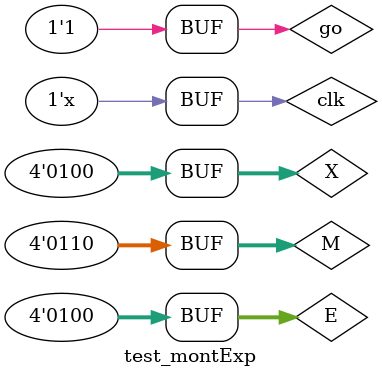
<source format=v>
`timescale 1ns / 1ps

`define BITS 4

module test_montExp;

	// Inputs
	reg [`BITS-1:0] X;
	reg [`BITS-1:0] E;
	reg [`BITS-1:0] M;
	reg clk;
	reg go;

	// Outputs
	wire done;
	wire [`BITS-1:0] Z;

	// Instantiate the Unit Under Test (UUT)
	MontgomeryExponential uut (
		.X(X), 
		.E(E), 
		.M(M), 
		.clk(clk), 
		.go(go), 
		.done(done), 
		.Z(Z)
	);

	always #5 clk = ~clk;
	initial begin
		// Initialize Inputs
		X = 0;
		E = 0;
		M = 0;
		clk = 0;
		go = 0;

		// Wait 100 ns for global reset to finish
		#100;
   
		X = 4;
		E = 4;
		M = 6;
		
		go = 1;	
		
		// Add stimulus here

	end
      
endmodule


</source>
